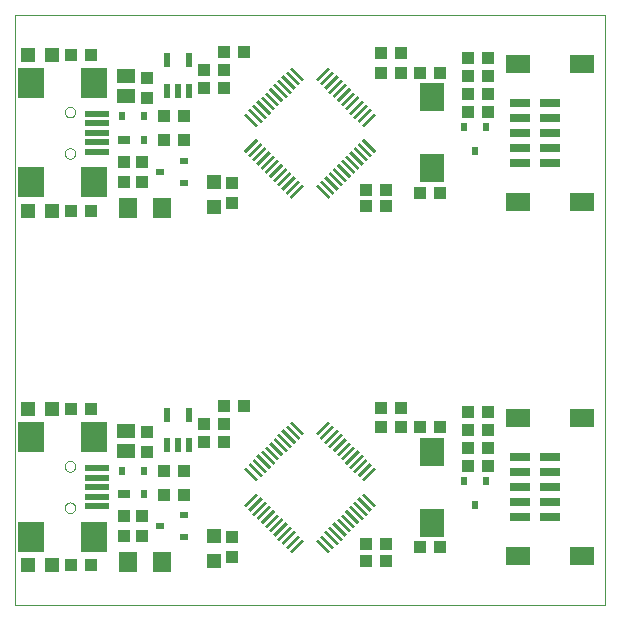
<source format=gtp>
G75*
G70*
%OFA0B0*%
%FSLAX24Y24*%
%IPPOS*%
%LPD*%
%AMOC8*
5,1,8,0,0,1.08239X$1,22.5*
%
%ADD10C,0.0000*%
%ADD11R,0.0472X0.0472*%
%ADD12R,0.0433X0.0394*%
%ADD13R,0.0394X0.0433*%
%ADD14R,0.0787X0.0945*%
%ADD15R,0.0787X0.0197*%
%ADD16R,0.0866X0.0984*%
%ADD17R,0.0630X0.0710*%
%ADD18R,0.0354X0.0236*%
%ADD19R,0.0197X0.0236*%
%ADD20R,0.0394X0.0276*%
%ADD21R,0.0236X0.0276*%
%ADD22R,0.0787X0.0630*%
%ADD23R,0.0217X0.0472*%
%ADD24R,0.0591X0.0512*%
%ADD25R,0.0700X0.0300*%
%ADD26R,0.0591X0.0098*%
%ADD27R,0.0098X0.0591*%
%ADD28R,0.0276X0.0236*%
D10*
X001657Y006396D02*
X001657Y026081D01*
X021343Y026081D01*
X021343Y006396D01*
X001657Y006396D01*
X003323Y009644D02*
X003325Y009670D01*
X003331Y009696D01*
X003341Y009721D01*
X003354Y009744D01*
X003370Y009764D01*
X003390Y009782D01*
X003412Y009797D01*
X003435Y009809D01*
X003461Y009817D01*
X003487Y009821D01*
X003513Y009821D01*
X003539Y009817D01*
X003565Y009809D01*
X003589Y009797D01*
X003610Y009782D01*
X003630Y009764D01*
X003646Y009744D01*
X003659Y009721D01*
X003669Y009696D01*
X003675Y009670D01*
X003677Y009644D01*
X003675Y009618D01*
X003669Y009592D01*
X003659Y009567D01*
X003646Y009544D01*
X003630Y009524D01*
X003610Y009506D01*
X003588Y009491D01*
X003565Y009479D01*
X003539Y009471D01*
X003513Y009467D01*
X003487Y009467D01*
X003461Y009471D01*
X003435Y009479D01*
X003411Y009491D01*
X003390Y009506D01*
X003370Y009524D01*
X003354Y009544D01*
X003341Y009567D01*
X003331Y009592D01*
X003325Y009618D01*
X003323Y009644D01*
X003323Y011022D02*
X003325Y011048D01*
X003331Y011074D01*
X003341Y011099D01*
X003354Y011122D01*
X003370Y011142D01*
X003390Y011160D01*
X003412Y011175D01*
X003435Y011187D01*
X003461Y011195D01*
X003487Y011199D01*
X003513Y011199D01*
X003539Y011195D01*
X003565Y011187D01*
X003589Y011175D01*
X003610Y011160D01*
X003630Y011142D01*
X003646Y011122D01*
X003659Y011099D01*
X003669Y011074D01*
X003675Y011048D01*
X003677Y011022D01*
X003675Y010996D01*
X003669Y010970D01*
X003659Y010945D01*
X003646Y010922D01*
X003630Y010902D01*
X003610Y010884D01*
X003588Y010869D01*
X003565Y010857D01*
X003539Y010849D01*
X003513Y010845D01*
X003487Y010845D01*
X003461Y010849D01*
X003435Y010857D01*
X003411Y010869D01*
X003390Y010884D01*
X003370Y010902D01*
X003354Y010922D01*
X003341Y010945D01*
X003331Y010970D01*
X003325Y010996D01*
X003323Y011022D01*
X003323Y021455D02*
X003325Y021481D01*
X003331Y021507D01*
X003341Y021532D01*
X003354Y021555D01*
X003370Y021575D01*
X003390Y021593D01*
X003412Y021608D01*
X003435Y021620D01*
X003461Y021628D01*
X003487Y021632D01*
X003513Y021632D01*
X003539Y021628D01*
X003565Y021620D01*
X003589Y021608D01*
X003610Y021593D01*
X003630Y021575D01*
X003646Y021555D01*
X003659Y021532D01*
X003669Y021507D01*
X003675Y021481D01*
X003677Y021455D01*
X003675Y021429D01*
X003669Y021403D01*
X003659Y021378D01*
X003646Y021355D01*
X003630Y021335D01*
X003610Y021317D01*
X003588Y021302D01*
X003565Y021290D01*
X003539Y021282D01*
X003513Y021278D01*
X003487Y021278D01*
X003461Y021282D01*
X003435Y021290D01*
X003411Y021302D01*
X003390Y021317D01*
X003370Y021335D01*
X003354Y021355D01*
X003341Y021378D01*
X003331Y021403D01*
X003325Y021429D01*
X003323Y021455D01*
X003323Y022833D02*
X003325Y022859D01*
X003331Y022885D01*
X003341Y022910D01*
X003354Y022933D01*
X003370Y022953D01*
X003390Y022971D01*
X003412Y022986D01*
X003435Y022998D01*
X003461Y023006D01*
X003487Y023010D01*
X003513Y023010D01*
X003539Y023006D01*
X003565Y022998D01*
X003589Y022986D01*
X003610Y022971D01*
X003630Y022953D01*
X003646Y022933D01*
X003659Y022910D01*
X003669Y022885D01*
X003675Y022859D01*
X003677Y022833D01*
X003675Y022807D01*
X003669Y022781D01*
X003659Y022756D01*
X003646Y022733D01*
X003630Y022713D01*
X003610Y022695D01*
X003588Y022680D01*
X003565Y022668D01*
X003539Y022660D01*
X003513Y022656D01*
X003487Y022656D01*
X003461Y022660D01*
X003435Y022668D01*
X003411Y022680D01*
X003390Y022695D01*
X003370Y022713D01*
X003354Y022733D01*
X003341Y022756D01*
X003331Y022781D01*
X003325Y022807D01*
X003323Y022833D01*
D11*
X002913Y024744D03*
X002087Y024744D03*
X002087Y019544D03*
X002913Y019544D03*
X008300Y019681D03*
X008300Y020508D03*
X002913Y012933D03*
X002087Y012933D03*
X002087Y007733D03*
X002913Y007733D03*
X008300Y007870D03*
X008300Y008697D03*
D12*
X008900Y008668D03*
X008900Y007999D03*
X005900Y008699D03*
X005900Y009368D03*
X005300Y009368D03*
X005300Y008699D03*
X008615Y013033D03*
X009285Y013033D03*
X013365Y008433D03*
X013365Y007883D03*
X014035Y007883D03*
X014035Y008433D03*
X015165Y008333D03*
X015835Y008333D03*
X016765Y011033D03*
X017435Y011033D03*
X015835Y012333D03*
X015165Y012333D03*
X014535Y012333D03*
X014535Y012983D03*
X013865Y012983D03*
X013865Y012333D03*
X014035Y019694D03*
X014035Y020244D03*
X013365Y020244D03*
X013365Y019694D03*
X015165Y020144D03*
X015835Y020144D03*
X016765Y022844D03*
X017435Y022844D03*
X015835Y024144D03*
X015165Y024144D03*
X014535Y024144D03*
X014535Y024794D03*
X013865Y024794D03*
X013865Y024144D03*
X009285Y024844D03*
X008615Y024844D03*
X005900Y021179D03*
X005300Y021179D03*
X005300Y020510D03*
X005900Y020510D03*
X008900Y020479D03*
X008900Y019810D03*
D13*
X007285Y021894D03*
X006615Y021894D03*
X006615Y022694D03*
X006050Y023310D03*
X006050Y023979D03*
X007285Y022694D03*
X007965Y023644D03*
X007965Y024244D03*
X008635Y024244D03*
X008635Y023644D03*
X004185Y024744D03*
X003515Y024744D03*
X003515Y019544D03*
X004185Y019544D03*
X004185Y012933D03*
X003515Y012933D03*
X006050Y012168D03*
X006050Y011499D03*
X006615Y010883D03*
X007285Y010883D03*
X007285Y010083D03*
X006615Y010083D03*
X007965Y011833D03*
X007965Y012433D03*
X008635Y012433D03*
X008635Y011833D03*
X004185Y007733D03*
X003515Y007733D03*
X016765Y011633D03*
X016765Y012233D03*
X016765Y012833D03*
X017435Y012833D03*
X017435Y012233D03*
X017435Y011633D03*
X017435Y023444D03*
X017435Y024044D03*
X017435Y024644D03*
X016765Y024644D03*
X016765Y024044D03*
X016765Y023444D03*
D14*
X015550Y023325D03*
X015550Y020963D03*
X015550Y011514D03*
X015550Y009152D03*
D15*
X004386Y009703D03*
X004386Y010018D03*
X004386Y010333D03*
X004386Y010648D03*
X004386Y010963D03*
X004386Y021514D03*
X004386Y021829D03*
X004386Y022144D03*
X004386Y022459D03*
X004386Y022774D03*
D16*
X004287Y023798D03*
X002201Y023798D03*
X002201Y020491D03*
X004287Y020491D03*
X004287Y011987D03*
X002201Y011987D03*
X002201Y008680D03*
X004287Y008680D03*
D17*
X005440Y007833D03*
X006560Y007833D03*
X006560Y019644D03*
X005440Y019644D03*
D18*
X005305Y021901D03*
X005305Y010090D03*
D19*
X005974Y010090D03*
X005974Y010877D03*
X005226Y010877D03*
X005974Y021901D03*
X005974Y022688D03*
X005226Y022688D03*
D20*
X005305Y021901D03*
X005305Y010090D03*
D21*
X005974Y010090D03*
X005974Y010877D03*
X005226Y010877D03*
X005974Y021901D03*
X005974Y022688D03*
X005226Y022688D03*
X016626Y022338D03*
X017374Y022338D03*
X017000Y021551D03*
X016626Y010527D03*
X017374Y010527D03*
X017000Y009740D03*
D22*
X018437Y008033D03*
X020563Y008033D03*
X020563Y012633D03*
X018437Y012633D03*
X018437Y019844D03*
X020563Y019844D03*
X020563Y024444D03*
X018437Y024444D03*
D23*
X007474Y024556D03*
X006726Y024556D03*
X006726Y023533D03*
X007100Y023533D03*
X007474Y023533D03*
X007474Y012745D03*
X006726Y012745D03*
X006726Y011721D03*
X007100Y011721D03*
X007474Y011721D03*
D24*
X005350Y011549D03*
X005350Y012218D03*
X005350Y023360D03*
X005350Y024029D03*
D25*
X018500Y023144D03*
X018500Y022644D03*
X018500Y022144D03*
X018500Y021644D03*
X018500Y021144D03*
X019500Y021144D03*
X019500Y021644D03*
X019500Y022144D03*
X019500Y022644D03*
X019500Y023144D03*
X019500Y011333D03*
X019500Y010833D03*
X019500Y010333D03*
X019500Y009833D03*
X019500Y009333D03*
X018500Y009333D03*
X018500Y009833D03*
X018500Y010333D03*
X018500Y010833D03*
X018500Y011333D03*
D26*
G36*
X013220Y010592D02*
X013636Y011008D01*
X013706Y010938D01*
X013290Y010522D01*
X013220Y010592D01*
G37*
G36*
X013080Y010731D02*
X013496Y011147D01*
X013566Y011077D01*
X013150Y010661D01*
X013080Y010731D01*
G37*
G36*
X012941Y010870D02*
X013357Y011286D01*
X013427Y011216D01*
X013011Y010800D01*
X012941Y010870D01*
G37*
G36*
X012802Y011009D02*
X013218Y011425D01*
X013288Y011355D01*
X012872Y010939D01*
X012802Y011009D01*
G37*
G36*
X012663Y011149D02*
X013079Y011565D01*
X013149Y011495D01*
X012733Y011079D01*
X012663Y011149D01*
G37*
G36*
X012524Y011288D02*
X012940Y011704D01*
X013010Y011634D01*
X012594Y011218D01*
X012524Y011288D01*
G37*
G36*
X012384Y011427D02*
X012800Y011843D01*
X012870Y011773D01*
X012454Y011357D01*
X012384Y011427D01*
G37*
G36*
X012245Y011566D02*
X012661Y011982D01*
X012731Y011912D01*
X012315Y011496D01*
X012245Y011566D01*
G37*
G36*
X012106Y011705D02*
X012522Y012121D01*
X012592Y012051D01*
X012176Y011635D01*
X012106Y011705D01*
G37*
G36*
X011967Y011845D02*
X012383Y012261D01*
X012453Y012191D01*
X012037Y011775D01*
X011967Y011845D01*
G37*
G36*
X011828Y011984D02*
X012244Y012400D01*
X012314Y012330D01*
X011898Y011914D01*
X011828Y011984D01*
G37*
G36*
X011689Y012123D02*
X012105Y012539D01*
X012175Y012469D01*
X011759Y012053D01*
X011689Y012123D01*
G37*
G36*
X009294Y009729D02*
X009710Y010145D01*
X009780Y010075D01*
X009364Y009659D01*
X009294Y009729D01*
G37*
G36*
X009434Y009590D02*
X009850Y010006D01*
X009920Y009936D01*
X009504Y009520D01*
X009434Y009590D01*
G37*
G36*
X009573Y009450D02*
X009989Y009866D01*
X010059Y009796D01*
X009643Y009380D01*
X009573Y009450D01*
G37*
G36*
X009712Y009311D02*
X010128Y009727D01*
X010198Y009657D01*
X009782Y009241D01*
X009712Y009311D01*
G37*
G36*
X009851Y009172D02*
X010267Y009588D01*
X010337Y009518D01*
X009921Y009102D01*
X009851Y009172D01*
G37*
G36*
X009990Y009033D02*
X010406Y009449D01*
X010476Y009379D01*
X010060Y008963D01*
X009990Y009033D01*
G37*
G36*
X010130Y008894D02*
X010546Y009310D01*
X010616Y009240D01*
X010200Y008824D01*
X010130Y008894D01*
G37*
G36*
X010269Y008754D02*
X010685Y009170D01*
X010755Y009100D01*
X010339Y008684D01*
X010269Y008754D01*
G37*
G36*
X010408Y008615D02*
X010824Y009031D01*
X010894Y008961D01*
X010478Y008545D01*
X010408Y008615D01*
G37*
G36*
X010547Y008476D02*
X010963Y008892D01*
X011033Y008822D01*
X010617Y008406D01*
X010547Y008476D01*
G37*
G36*
X010686Y008337D02*
X011102Y008753D01*
X011172Y008683D01*
X010756Y008267D01*
X010686Y008337D01*
G37*
G36*
X010825Y008198D02*
X011241Y008614D01*
X011311Y008544D01*
X010895Y008128D01*
X010825Y008198D01*
G37*
G36*
X010825Y020009D02*
X011241Y020425D01*
X011311Y020355D01*
X010895Y019939D01*
X010825Y020009D01*
G37*
G36*
X010686Y020148D02*
X011102Y020564D01*
X011172Y020494D01*
X010756Y020078D01*
X010686Y020148D01*
G37*
G36*
X010547Y020287D02*
X010963Y020703D01*
X011033Y020633D01*
X010617Y020217D01*
X010547Y020287D01*
G37*
G36*
X010408Y020426D02*
X010824Y020842D01*
X010894Y020772D01*
X010478Y020356D01*
X010408Y020426D01*
G37*
G36*
X010269Y020565D02*
X010685Y020981D01*
X010755Y020911D01*
X010339Y020495D01*
X010269Y020565D01*
G37*
G36*
X010130Y020705D02*
X010546Y021121D01*
X010616Y021051D01*
X010200Y020635D01*
X010130Y020705D01*
G37*
G36*
X009990Y020844D02*
X010406Y021260D01*
X010476Y021190D01*
X010060Y020774D01*
X009990Y020844D01*
G37*
G36*
X009851Y020983D02*
X010267Y021399D01*
X010337Y021329D01*
X009921Y020913D01*
X009851Y020983D01*
G37*
G36*
X009712Y021122D02*
X010128Y021538D01*
X010198Y021468D01*
X009782Y021052D01*
X009712Y021122D01*
G37*
G36*
X009573Y021261D02*
X009989Y021677D01*
X010059Y021607D01*
X009643Y021191D01*
X009573Y021261D01*
G37*
G36*
X009434Y021401D02*
X009850Y021817D01*
X009920Y021747D01*
X009504Y021331D01*
X009434Y021401D01*
G37*
G36*
X009294Y021540D02*
X009710Y021956D01*
X009780Y021886D01*
X009364Y021470D01*
X009294Y021540D01*
G37*
G36*
X011689Y023934D02*
X012105Y024350D01*
X012175Y024280D01*
X011759Y023864D01*
X011689Y023934D01*
G37*
G36*
X011828Y023795D02*
X012244Y024211D01*
X012314Y024141D01*
X011898Y023725D01*
X011828Y023795D01*
G37*
G36*
X011967Y023656D02*
X012383Y024072D01*
X012453Y024002D01*
X012037Y023586D01*
X011967Y023656D01*
G37*
G36*
X012106Y023516D02*
X012522Y023932D01*
X012592Y023862D01*
X012176Y023446D01*
X012106Y023516D01*
G37*
G36*
X012245Y023377D02*
X012661Y023793D01*
X012731Y023723D01*
X012315Y023307D01*
X012245Y023377D01*
G37*
G36*
X012384Y023238D02*
X012800Y023654D01*
X012870Y023584D01*
X012454Y023168D01*
X012384Y023238D01*
G37*
G36*
X012524Y023099D02*
X012940Y023515D01*
X013010Y023445D01*
X012594Y023029D01*
X012524Y023099D01*
G37*
G36*
X012663Y022960D02*
X013079Y023376D01*
X013149Y023306D01*
X012733Y022890D01*
X012663Y022960D01*
G37*
G36*
X012802Y022820D02*
X013218Y023236D01*
X013288Y023166D01*
X012872Y022750D01*
X012802Y022820D01*
G37*
G36*
X012941Y022681D02*
X013357Y023097D01*
X013427Y023027D01*
X013011Y022611D01*
X012941Y022681D01*
G37*
G36*
X013080Y022542D02*
X013496Y022958D01*
X013566Y022888D01*
X013150Y022472D01*
X013080Y022542D01*
G37*
G36*
X013220Y022403D02*
X013636Y022819D01*
X013706Y022749D01*
X013290Y022333D01*
X013220Y022403D01*
G37*
D27*
G36*
X013220Y021886D02*
X013290Y021956D01*
X013706Y021540D01*
X013636Y021470D01*
X013220Y021886D01*
G37*
G36*
X013080Y021747D02*
X013150Y021817D01*
X013566Y021401D01*
X013496Y021331D01*
X013080Y021747D01*
G37*
G36*
X012941Y021607D02*
X013011Y021677D01*
X013427Y021261D01*
X013357Y021191D01*
X012941Y021607D01*
G37*
G36*
X012802Y021468D02*
X012872Y021538D01*
X013288Y021122D01*
X013218Y021052D01*
X012802Y021468D01*
G37*
G36*
X012663Y021329D02*
X012733Y021399D01*
X013149Y020983D01*
X013079Y020913D01*
X012663Y021329D01*
G37*
G36*
X012524Y021190D02*
X012594Y021260D01*
X013010Y020844D01*
X012940Y020774D01*
X012524Y021190D01*
G37*
G36*
X012384Y021051D02*
X012454Y021121D01*
X012870Y020705D01*
X012800Y020635D01*
X012384Y021051D01*
G37*
G36*
X012245Y020911D02*
X012315Y020981D01*
X012731Y020565D01*
X012661Y020495D01*
X012245Y020911D01*
G37*
G36*
X012106Y020772D02*
X012176Y020842D01*
X012592Y020426D01*
X012522Y020356D01*
X012106Y020772D01*
G37*
G36*
X011967Y020633D02*
X012037Y020703D01*
X012453Y020287D01*
X012383Y020217D01*
X011967Y020633D01*
G37*
G36*
X011828Y020494D02*
X011898Y020564D01*
X012314Y020148D01*
X012244Y020078D01*
X011828Y020494D01*
G37*
G36*
X011689Y020355D02*
X011759Y020425D01*
X012175Y020009D01*
X012105Y019939D01*
X011689Y020355D01*
G37*
G36*
X009294Y022749D02*
X009364Y022819D01*
X009780Y022403D01*
X009710Y022333D01*
X009294Y022749D01*
G37*
G36*
X009434Y022888D02*
X009504Y022958D01*
X009920Y022542D01*
X009850Y022472D01*
X009434Y022888D01*
G37*
G36*
X009573Y023027D02*
X009643Y023097D01*
X010059Y022681D01*
X009989Y022611D01*
X009573Y023027D01*
G37*
G36*
X009712Y023166D02*
X009782Y023236D01*
X010198Y022820D01*
X010128Y022750D01*
X009712Y023166D01*
G37*
G36*
X009851Y023306D02*
X009921Y023376D01*
X010337Y022960D01*
X010267Y022890D01*
X009851Y023306D01*
G37*
G36*
X009990Y023445D02*
X010060Y023515D01*
X010476Y023099D01*
X010406Y023029D01*
X009990Y023445D01*
G37*
G36*
X010130Y023584D02*
X010200Y023654D01*
X010616Y023238D01*
X010546Y023168D01*
X010130Y023584D01*
G37*
G36*
X010269Y023723D02*
X010339Y023793D01*
X010755Y023377D01*
X010685Y023307D01*
X010269Y023723D01*
G37*
G36*
X010408Y023862D02*
X010478Y023932D01*
X010894Y023516D01*
X010824Y023446D01*
X010408Y023862D01*
G37*
G36*
X010547Y024002D02*
X010617Y024072D01*
X011033Y023656D01*
X010963Y023586D01*
X010547Y024002D01*
G37*
G36*
X010686Y024141D02*
X010756Y024211D01*
X011172Y023795D01*
X011102Y023725D01*
X010686Y024141D01*
G37*
G36*
X010825Y024280D02*
X010895Y024350D01*
X011311Y023934D01*
X011241Y023864D01*
X010825Y024280D01*
G37*
G36*
X010825Y012469D02*
X010895Y012539D01*
X011311Y012123D01*
X011241Y012053D01*
X010825Y012469D01*
G37*
G36*
X010686Y012330D02*
X010756Y012400D01*
X011172Y011984D01*
X011102Y011914D01*
X010686Y012330D01*
G37*
G36*
X010547Y012191D02*
X010617Y012261D01*
X011033Y011845D01*
X010963Y011775D01*
X010547Y012191D01*
G37*
G36*
X010408Y012051D02*
X010478Y012121D01*
X010894Y011705D01*
X010824Y011635D01*
X010408Y012051D01*
G37*
G36*
X010269Y011912D02*
X010339Y011982D01*
X010755Y011566D01*
X010685Y011496D01*
X010269Y011912D01*
G37*
G36*
X010130Y011773D02*
X010200Y011843D01*
X010616Y011427D01*
X010546Y011357D01*
X010130Y011773D01*
G37*
G36*
X009990Y011634D02*
X010060Y011704D01*
X010476Y011288D01*
X010406Y011218D01*
X009990Y011634D01*
G37*
G36*
X009851Y011495D02*
X009921Y011565D01*
X010337Y011149D01*
X010267Y011079D01*
X009851Y011495D01*
G37*
G36*
X009712Y011355D02*
X009782Y011425D01*
X010198Y011009D01*
X010128Y010939D01*
X009712Y011355D01*
G37*
G36*
X009573Y011216D02*
X009643Y011286D01*
X010059Y010870D01*
X009989Y010800D01*
X009573Y011216D01*
G37*
G36*
X009434Y011077D02*
X009504Y011147D01*
X009920Y010731D01*
X009850Y010661D01*
X009434Y011077D01*
G37*
G36*
X009294Y010938D02*
X009364Y011008D01*
X009780Y010592D01*
X009710Y010522D01*
X009294Y010938D01*
G37*
G36*
X011689Y008544D02*
X011759Y008614D01*
X012175Y008198D01*
X012105Y008128D01*
X011689Y008544D01*
G37*
G36*
X011828Y008683D02*
X011898Y008753D01*
X012314Y008337D01*
X012244Y008267D01*
X011828Y008683D01*
G37*
G36*
X011967Y008822D02*
X012037Y008892D01*
X012453Y008476D01*
X012383Y008406D01*
X011967Y008822D01*
G37*
G36*
X012106Y008961D02*
X012176Y009031D01*
X012592Y008615D01*
X012522Y008545D01*
X012106Y008961D01*
G37*
G36*
X012245Y009100D02*
X012315Y009170D01*
X012731Y008754D01*
X012661Y008684D01*
X012245Y009100D01*
G37*
G36*
X012384Y009240D02*
X012454Y009310D01*
X012870Y008894D01*
X012800Y008824D01*
X012384Y009240D01*
G37*
G36*
X012524Y009379D02*
X012594Y009449D01*
X013010Y009033D01*
X012940Y008963D01*
X012524Y009379D01*
G37*
G36*
X012663Y009518D02*
X012733Y009588D01*
X013149Y009172D01*
X013079Y009102D01*
X012663Y009518D01*
G37*
G36*
X012802Y009657D02*
X012872Y009727D01*
X013288Y009311D01*
X013218Y009241D01*
X012802Y009657D01*
G37*
G36*
X012941Y009796D02*
X013011Y009866D01*
X013427Y009450D01*
X013357Y009380D01*
X012941Y009796D01*
G37*
G36*
X013080Y009936D02*
X013150Y010006D01*
X013566Y009590D01*
X013496Y009520D01*
X013080Y009936D01*
G37*
G36*
X013220Y010075D02*
X013290Y010145D01*
X013706Y009729D01*
X013636Y009659D01*
X013220Y010075D01*
G37*
D28*
X007294Y009407D03*
X007294Y008659D03*
X006506Y009033D03*
X007294Y020470D03*
X007294Y021218D03*
X006506Y020844D03*
M02*

</source>
